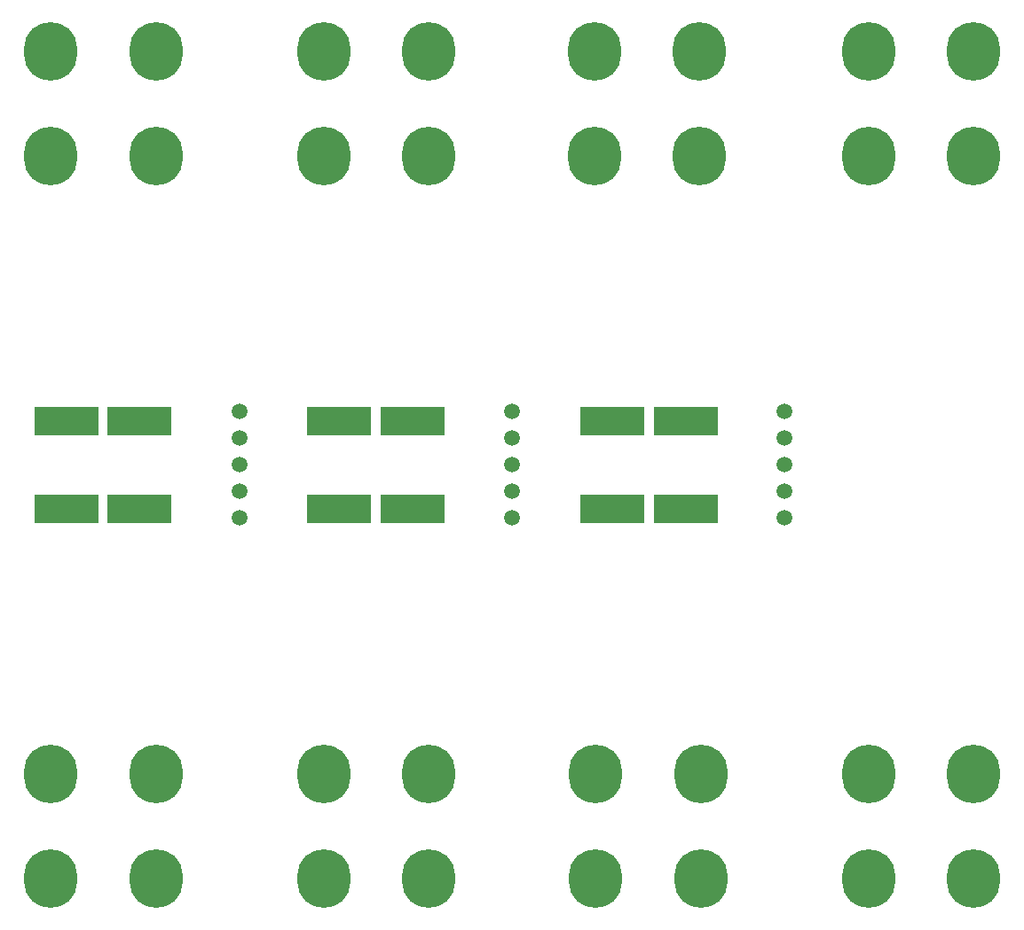
<source format=gbr>
%TF.GenerationSoftware,Altium Limited,Altium Designer,21.6.4 (81)*%
G04 Layer_Color=255*
%FSLAX43Y43*%
%MOMM*%
%TF.SameCoordinates,1AC814DF-7433-4E0E-8A45-847F92D72221*%
%TF.FilePolarity,Positive*%
%TF.FileFunction,Pads,Bot*%
%TF.Part,Single*%
G01*
G75*
%TA.AperFunction,ComponentPad*%
%ADD23O,5.080X5.588*%
%ADD24C,1.500*%
%TA.AperFunction,SMDPad,CuDef*%
%ADD26R,6.200X2.750*%
D23*
X7000Y3500D02*
D03*
X17000D02*
D03*
Y13500D02*
D03*
X7000D02*
D03*
X95000Y72500D02*
D03*
X85000D02*
D03*
Y82500D02*
D03*
X95000D02*
D03*
X68830Y72500D02*
D03*
X58830D02*
D03*
Y82500D02*
D03*
X68830D02*
D03*
X43000Y72500D02*
D03*
X33000D02*
D03*
Y82500D02*
D03*
X43000D02*
D03*
X17000Y72500D02*
D03*
X7000D02*
D03*
Y82500D02*
D03*
X17000D02*
D03*
X33000Y13500D02*
D03*
X43000D02*
D03*
Y3500D02*
D03*
X33000D02*
D03*
X85000Y13500D02*
D03*
X95000D02*
D03*
Y3500D02*
D03*
X85000D02*
D03*
X58986Y13500D02*
D03*
X68986D02*
D03*
Y3500D02*
D03*
X58986D02*
D03*
D24*
X77000Y38000D02*
D03*
Y40540D02*
D03*
Y43080D02*
D03*
Y45620D02*
D03*
Y48160D02*
D03*
X51000Y38000D02*
D03*
Y40540D02*
D03*
Y43080D02*
D03*
Y45620D02*
D03*
Y48160D02*
D03*
X25000Y38000D02*
D03*
Y40540D02*
D03*
Y43080D02*
D03*
Y45620D02*
D03*
Y48160D02*
D03*
D26*
X41509Y38800D02*
D03*
Y47200D02*
D03*
X67544Y38800D02*
D03*
Y47200D02*
D03*
X60534D02*
D03*
Y38800D02*
D03*
X34499Y47200D02*
D03*
Y38800D02*
D03*
X15467Y47200D02*
D03*
Y38800D02*
D03*
X8482Y47200D02*
D03*
Y38800D02*
D03*
%TF.MD5,f48380812c28729f983c0518f00fc288*%
M02*

</source>
